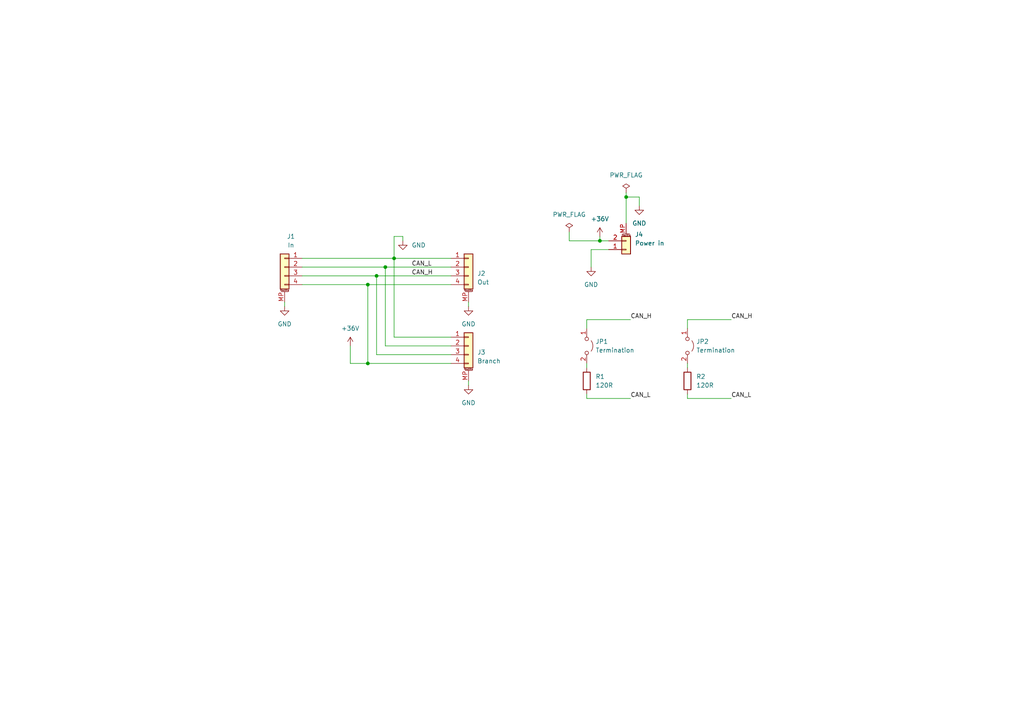
<source format=kicad_sch>
(kicad_sch (version 20210621) (generator eeschema)
  (paper "A4")
  (lib_symbols
    (symbol "Connector_Generic_MountingPin:Conn_01x02_MountingPin" (pin_names (offset 1.016) hide)
      (property "Reference" "J" (at 0 2.54 0))
      (property "Value" "Conn_01x02_MountingPin" (at 1.27 -5.08 0))
      (symbol "Conn_01x02_MountingPin_1_1"
        (rectangle (start -1.27 -2.413) (end 0 -2.667) (stroke (width 0.1524)))
        (rectangle (start -1.27 0.127) (end 0 -0.127) (stroke (width 0.1524)))
        (rectangle (start -1.27 1.27) (end 1.27 -3.81) (stroke (width 0.254)) (fill (type background)))
        (polyline (pts (xy -1.016 -4.572) (xy 1.016 -4.572)) (stroke (width 0.1524)))
        (text "Mounting" (at 0 -4.191 0) (effects (font (size 0.381 0.381))))
        (pin passive line (at -5.08 0 0) (length 3.81) (name "Pin_1") (number "1"))
        (pin passive line (at -5.08 -2.54 0) (length 3.81) (name "Pin_2") (number "2"))
        (pin passive line (at 0 -7.62 90) (length 3.048) (name "MountPin") (number "MP"))
      )
    )
    (symbol "Connector_Generic_MountingPin:Conn_01x04_MountingPin" (pin_names (offset 1.016) hide)
      (property "Reference" "J" (at 0 5.08 0))
      (property "Value" "Conn_01x04_MountingPin" (at 1.27 -7.62 0))
      (symbol "Conn_01x04_MountingPin_1_1"
        (rectangle (start -1.27 -4.953) (end 0 -5.207) (stroke (width 0.1524)))
        (rectangle (start -1.27 -2.413) (end 0 -2.667) (stroke (width 0.1524)))
        (rectangle (start -1.27 0.127) (end 0 -0.127) (stroke (width 0.1524)))
        (rectangle (start -1.27 2.667) (end 0 2.413) (stroke (width 0.1524)))
        (rectangle (start -1.27 3.81) (end 1.27 -6.35) (stroke (width 0.254)) (fill (type background)))
        (polyline (pts (xy -1.016 -7.112) (xy 1.016 -7.112)) (stroke (width 0.1524)))
        (text "Mounting" (at 0 -6.731 0) (effects (font (size 0.381 0.381))))
        (pin passive line (at -5.08 2.54 0) (length 3.81) (name "Pin_1") (number "1"))
        (pin passive line (at -5.08 0 0) (length 3.81) (name "Pin_2") (number "2"))
        (pin passive line (at -5.08 -2.54 0) (length 3.81) (name "Pin_3") (number "3"))
        (pin passive line (at -5.08 -5.08 0) (length 3.81) (name "Pin_4") (number "4"))
        (pin passive line (at 0 -10.16 90) (length 3.048) (name "MountPin") (number "MP"))
      )
    )
    (symbol "Device:R" (pin_numbers hide) (pin_names (offset 0))
      (property "Reference" "R" (at 2.032 0 90))
      (property "Value" "R" (at 0 0 90))
      (symbol "R_0_1"
        (rectangle (start -1.016 -2.54) (end 1.016 2.54) (stroke (width 0.254)))
      )
      (symbol "R_1_1"
        (pin passive line (at 0 3.81 270) (length 1.27) (name "~") (number "1"))
        (pin passive line (at 0 -3.81 90) (length 1.27) (name "~") (number "2"))
      )
    )
    (symbol "Jumper:Jumper_2_Open" (pin_names (offset 0) hide)
      (property "Reference" "JP" (at 0 2.794 0))
      (property "Value" "Jumper_2_Open" (at 0 -2.286 0))
      (symbol "Jumper_2_Open_0_0"
        (circle (center -2.032 0) (radius 0.508))
        (circle (center 2.032 0) (radius 0.508))
      )
      (symbol "Jumper_2_Open_0_1"
        (arc (start 1.524 1.27) (mid 0 1.778) (end -1.524 1.27))
      )
      (symbol "Jumper_2_Open_1_1"
        (pin passive line (at -5.08 0 0) (length 2.54) (name "A") (number "1"))
        (pin passive line (at 5.08 0 180) (length 2.54) (name "B") (number "2"))
      )
    )
    (symbol "power:+36V" (power) (pin_names (offset 0))
      (property "Value" "+36V" (at 0 3.556 0))
      (symbol "+36V_0_1"
        (polyline (pts (xy -0.762 1.27) (xy 0 2.54)))
        (polyline (pts (xy 0 0) (xy 0 2.54)))
        (polyline (pts (xy 0 2.54) (xy 0.762 1.27)))
      )
      (symbol "+36V_1_1"
        (pin power_in line (at 0 0 90) (length 0) hide (name "+36V") (number "1"))
      )
    )
    (symbol "power:GND" (power) (pin_names (offset 0))
      (property "Value" "GND" (at 0 -3.81 0))
      (symbol "GND_0_1"
        (polyline (pts (xy 0 0) (xy 0 -1.27) (xy 1.27 -1.27) (xy 0 -2.54) (xy -1.27 -1.27) (xy 0 -1.27)))
      )
      (symbol "GND_1_1"
        (pin power_in line (at 0 0 270) (length 0) hide (name "GND") (number "1"))
      )
    )
    (symbol "power:PWR_FLAG" (power) (pin_numbers hide) (pin_names (offset 0) hide)
      (property "Value" "PWR_FLAG" (at 0 3.81 0))
      (symbol "PWR_FLAG_0_0"
        (pin power_out line (at 0 0 90) (length 0) (name "pwr") (number "1"))
      )
      (symbol "PWR_FLAG_0_1"
        (polyline (pts (xy 0 0) (xy 0 1.27) (xy -1.016 1.905) (xy 0 2.54) (xy 1.016 1.905) (xy 0 1.27)))
      )
    )
  )
  (junction (at 111.76 77.47))
  (junction (at 114.3 74.93))
  (junction (at 181.61 57.15))
  (junction (at 109.22 80.01))
  (junction (at 106.68 82.55))
  (junction (at 106.68 105.41))
  (junction (at 173.99 69.85))
  (wire (pts (xy 185.42 57.15) (xy 185.42 59.69)))
  (wire (pts (xy 181.61 64.77) (xy 181.61 57.15)))
  (wire (pts (xy 181.61 57.15) (xy 185.42 57.15)))
  (wire (pts (xy 130.81 102.87) (xy 109.22 102.87)))
  (wire (pts (xy 109.22 102.87) (xy 109.22 80.01)))
  (wire (pts (xy 135.89 110.49) (xy 135.89 111.76)))
  (wire (pts (xy 199.39 105.41) (xy 199.39 106.68)))
  (wire (pts (xy 114.3 68.58) (xy 114.3 74.93)))
  (wire (pts (xy 199.39 92.71) (xy 212.09 92.71)))
  (wire (pts (xy 114.3 68.58) (xy 116.84 68.58)))
  (wire (pts (xy 116.84 68.58) (xy 116.84 69.85)))
  (wire (pts (xy 82.55 87.63) (xy 82.55 88.9)))
  (wire (pts (xy 101.6 100.33) (xy 101.6 105.41)))
  (wire (pts (xy 101.6 105.41) (xy 106.68 105.41)))
  (wire (pts (xy 199.39 114.3) (xy 199.39 115.57)))
  (wire (pts (xy 87.63 77.47) (xy 111.76 77.47)))
  (wire (pts (xy 111.76 77.47) (xy 130.81 77.47)))
  (wire (pts (xy 170.18 105.41) (xy 170.18 106.68)))
  (wire (pts (xy 130.81 105.41) (xy 106.68 105.41)))
  (wire (pts (xy 106.68 105.41) (xy 106.68 82.55)))
  (wire (pts (xy 87.63 80.01) (xy 109.22 80.01)))
  (wire (pts (xy 109.22 80.01) (xy 130.81 80.01)))
  (wire (pts (xy 106.68 82.55) (xy 130.81 82.55)))
  (wire (pts (xy 87.63 82.55) (xy 106.68 82.55)))
  (wire (pts (xy 135.89 87.63) (xy 135.89 88.9)))
  (wire (pts (xy 171.45 77.47) (xy 171.45 72.39)))
  (wire (pts (xy 171.45 72.39) (xy 176.53 72.39)))
  (wire (pts (xy 173.99 69.85) (xy 176.53 69.85)))
  (wire (pts (xy 173.99 68.58) (xy 173.99 69.85)))
  (wire (pts (xy 199.39 95.25) (xy 199.39 92.71)))
  (wire (pts (xy 181.61 55.88) (xy 181.61 57.15)))
  (wire (pts (xy 165.1 67.31) (xy 165.1 69.85)))
  (wire (pts (xy 165.1 69.85) (xy 173.99 69.85)))
  (wire (pts (xy 87.63 74.93) (xy 114.3 74.93)))
  (wire (pts (xy 114.3 74.93) (xy 130.81 74.93)))
  (wire (pts (xy 170.18 92.71) (xy 182.88 92.71)))
  (wire (pts (xy 170.18 95.25) (xy 170.18 92.71)))
  (wire (pts (xy 170.18 115.57) (xy 182.88 115.57)))
  (wire (pts (xy 170.18 114.3) (xy 170.18 115.57)))
  (wire (pts (xy 199.39 115.57) (xy 212.09 115.57)))
  (wire (pts (xy 114.3 97.79) (xy 114.3 74.93)))
  (wire (pts (xy 130.81 97.79) (xy 114.3 97.79)))
  (wire (pts (xy 130.81 100.33) (xy 111.76 100.33)))
  (wire (pts (xy 111.76 100.33) (xy 111.76 77.47)))
  (label "CAN_H" (at 212.09 92.71 0))
  (label "CAN_L" (at 212.09 115.57 0))
  (label "CAN_L" (at 182.88 115.57 0))
  (label "CAN_L" (at 119.38 77.47 0))
  (label "CAN_H" (at 182.88 92.71 0))
  (label "CAN_H" (at 119.38 80.01 0))
  (symbol (lib_id "Jumper:Jumper_2_Open") (at 199.39 100.33 270) (unit 1)
    (property "Reference" "JP2" (at 201.93 99.0599 90) (effects (justify left)))
    (property "Value" "Termination" (at 201.93 101.5999 90) (effects (justify left)))
    (property "Footprint" "Jumper:SolderJumper-2_P1.3mm_Open_TrianglePad1.0x1.5mm" (effects hide))
    (property "Farnell_NO" "DO NOT ORDER" (effects hide))
  )
  (symbol (lib_id "Device:R") (at 199.39 110.49 0) (unit 1)
    (property "Reference" "R2" (at 201.93 109.2199 0) (effects (justify left)))
    (property "Value" "120R" (at 201.93 111.7599 0) (effects (justify left)))
    (property "Footprint" "Resistor_SMD:R_0805_2012Metric" (effects hide))
    (property "Farnell_NO" "DO NOT ORDER" (effects hide))
  )
  (symbol (lib_id "power:GND") (at 116.84 69.85 0) (unit 1)
    (property "Reference" "#PWR03" (effects hide))
    (property "Value" "GND" (at 119.38 71.1198 0) (effects (justify left)))
  )
  (symbol (lib_id "power:GND") (at 185.42 59.69 0) (unit 1)
    (property "Reference" "#PWR08" (effects hide))
    (property "Value" "GND" (at 185.42 64.77 0))
  )
  (symbol (lib_id "power:PWR_FLAG") (at 165.1 67.31 0) (unit 1)
    (property "Reference" "#FLG01" (effects hide))
    (property "Value" "PWR_FLAG" (at 165.1 62.23 0))
  )
  (symbol (lib_id "Device:R") (at 170.18 110.49 0) (unit 1)
    (property "Reference" "R1" (at 172.72 109.2199 0) (effects (justify left)))
    (property "Value" "120R" (at 172.72 111.7599 0) (effects (justify left)))
    (property "Footprint" "Resistor_SMD:R_0805_2012Metric" (effects hide))
    (property "Farnell_NO" "DO NOT ORDER" (effects hide))
  )
  (symbol (lib_id "power:PWR_FLAG") (at 181.61 55.88 0) (unit 1)
    (property "Reference" "#FLG02" (effects hide))
    (property "Value" "PWR_FLAG" (at 181.61 50.8 0))
  )
  (symbol (lib_id "Connector_Generic_MountingPin:Conn_01x02_MountingPin") (at 181.61 72.39 0) (mirror x) (unit 1)
    (property "Reference" "J4" (at 184.15 68.0083 0) (effects (justify left)))
    (property "Value" "Power in" (at 184.15 70.5483 0) (effects (justify left)))
    (property "Footprint" "Connector_Molex:Molex_PicoBlade_53047-0210_1x02_P1.25mm_Vertical" (effects hide))
    (property "Farnell_NO" "9733051" (effects hide))
  )
  (symbol (lib_id "power:+36V") (at 173.99 68.58 0) (unit 1)
    (property "Reference" "#PWR07" (effects hide))
    (property "Value" "+36V" (at 173.99 63.5 0))
  )
  (symbol (lib_id "Connector_Generic_MountingPin:Conn_01x04_MountingPin") (at 135.89 77.47 0) (unit 1)
    (property "Reference" "J2" (at 138.43 79.3114 0) (effects (justify left)))
    (property "Value" "Out" (at 138.43 81.8514 0) (effects (justify left)))
    (property "Footprint" "Connector_Molex:Molex_PicoBlade_53047-0410_1x04_P1.25mm_Vertical" (effects hide))
    (property "Farnell_NO" "9733060" (effects hide))
  )
  (symbol (lib_id "Jumper:Jumper_2_Open") (at 170.18 100.33 270) (unit 1)
    (property "Reference" "JP1" (at 172.72 99.0599 90) (effects (justify left)))
    (property "Value" "Termination" (at 172.72 101.5999 90) (effects (justify left)))
    (property "Footprint" "Jumper:SolderJumper-2_P1.3mm_Open_TrianglePad1.0x1.5mm" (effects hide))
    (property "Farnell_NO" "DO NOT ORDER" (effects hide))
  )
  (symbol (lib_id "power:GND") (at 135.89 111.76 0) (unit 1)
    (property "Reference" "#PWR05" (effects hide))
    (property "Value" "GND" (at 135.89 116.84 0))
  )
  (symbol (lib_id "power:GND") (at 135.89 88.9 0) (unit 1)
    (property "Reference" "#PWR04" (effects hide))
    (property "Value" "GND" (at 135.89 93.98 0))
  )
  (symbol (lib_id "Connector_Generic_MountingPin:Conn_01x04_MountingPin") (at 135.89 100.33 0) (unit 1)
    (property "Reference" "J3" (at 138.43 102.1714 0) (effects (justify left)))
    (property "Value" "Branch" (at 138.43 104.7114 0) (effects (justify left)))
    (property "Footprint" "Connector_Molex:Molex_PicoBlade_53047-0410_1x04_P1.25mm_Vertical" (effects hide))
    (property "Farnell_NO" "9733060" (effects hide))
  )
  (symbol (lib_id "power:+36V") (at 101.6 100.33 0) (unit 1)
    (property "Reference" "#PWR02" (effects hide))
    (property "Value" "+36V" (at 101.6 95.25 0))
  )
  (symbol (lib_id "power:GND") (at 82.55 88.9 0) (unit 1)
    (property "Reference" "#PWR01" (effects hide))
    (property "Value" "GND" (at 82.55 93.98 0))
  )
  (symbol (lib_id "Connector_Generic_MountingPin:Conn_01x04_MountingPin") (at 82.55 77.47 0) (mirror y) (unit 1)
    (property "Reference" "J1" (at 84.3915 68.58 0))
    (property "Value" "In" (at 84.3915 71.12 0))
    (property "Footprint" "Connector_Molex:Molex_PicoBlade_53047-0410_1x04_P1.25mm_Vertical" (effects hide))
    (property "Farnell_NO" "9733060" (effects hide))
  )
  (symbol (lib_id "power:GND") (at 171.45 77.47 0) (unit 1)
    (property "Reference" "#PWR06" (effects hide))
    (property "Value" "GND" (at 171.45 82.55 0))
  )
)
</source>
